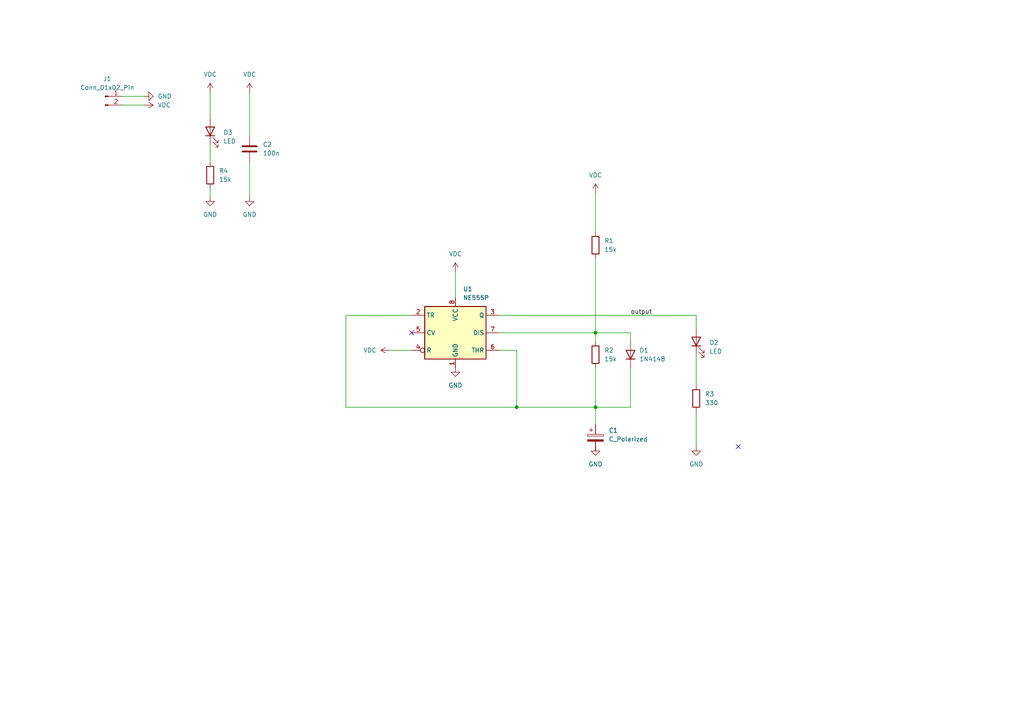
<source format=kicad_sch>
(kicad_sch (version 20231120) (generator "eeschema") (generator_version "8.0")
  (paper "A4")
  (lib_symbols
    (symbol "Connector:Conn_01x02_Pin" (pin_names (offset 1.016) hide)
      (property "Reference" "J" (at 0 2.54 0))
      (property "Value" "Conn_01x02_Pin" (at 0 -5.08 0))
      (symbol "Conn_01x02_Pin_1_1"
        (polyline (pts (xy 1.27 -2.54) (xy 0.8636 -2.54)) (stroke (width 0.1524)))
        (polyline (pts (xy 1.27 0) (xy 0.8636 0)) (stroke (width 0.1524)))
        (rectangle (start 0.8636 -2.413) (end 0 -2.667) (stroke (width 0.1524)) (fill (type outline)))
        (rectangle (start 0.8636 0.127) (end 0 -0.127) (stroke (width 0.1524)) (fill (type outline)))
        (pin passive line (at 5.08 0 180) (length 3.81) (name "Pin_1") (number "1"))
        (pin passive line (at 5.08 -2.54 180) (length 3.81) (name "Pin_2") (number "2"))
      )
    )
    (symbol "Device:C" (pin_numbers hide) (pin_names (offset 0.254))
      (property "Reference" "C" (at 0.635 2.54 0))
      (property "Value" "C" (at 0.635 -2.54 0))
      (symbol "C_0_1"
        (polyline (pts (xy -2.032 -0.762) (xy 2.032 -0.762)) (stroke (width 0.508)))
        (polyline (pts (xy -2.032 0.762) (xy 2.032 0.762)) (stroke (width 0.508)))
      )
      (symbol "C_1_1"
        (pin passive line (at 0 3.81 270) (length 2.794) (name "~") (number "1"))
        (pin passive line (at 0 -3.81 90) (length 2.794) (name "~") (number "2"))
      )
    )
    (symbol "Device:C_Polarized" (pin_numbers hide) (pin_names (offset 0.254))
      (property "Reference" "C" (at 0.635 2.54 0))
      (property "Value" "C_Polarized" (at 0.635 -2.54 0))
      (symbol "C_Polarized_0_1"
        (rectangle (start -2.286 0.508) (end 2.286 1.016))
        (polyline (pts (xy -1.778 2.286) (xy -0.762 2.286)))
        (polyline (pts (xy -1.27 2.794) (xy -1.27 1.778)))
        (rectangle (start 2.286 -0.508) (end -2.286 -1.016) (fill (type outline)))
      )
      (symbol "C_Polarized_1_1"
        (pin passive line (at 0 3.81 270) (length 2.794) (name "~") (number "1"))
        (pin passive line (at 0 -3.81 90) (length 2.794) (name "~") (number "2"))
      )
    )
    (symbol "Device:LED" (pin_numbers hide) (pin_names (offset 1.016) hide)
      (property "Reference" "D" (at 0 2.54 0))
      (property "Value" "LED" (at 0 -2.54 0))
      (symbol "LED_0_1"
        (polyline (pts (xy -1.27 -1.27) (xy -1.27 1.27)) (stroke (width 0.254)))
        (polyline (pts (xy -1.27 0) (xy 1.27 0)))
        (polyline (pts (xy 1.27 -1.27) (xy 1.27 1.27) (xy -1.27 0) (xy 1.27 -1.27)) (stroke (width 0.254)))
        (polyline (pts (xy -3.048 -0.762) (xy -4.572 -2.286) (xy -3.81 -2.286) (xy -4.572 -2.286) (xy -4.572 -1.524)))
        (polyline (pts (xy -1.778 -0.762) (xy -3.302 -2.286) (xy -2.54 -2.286) (xy -3.302 -2.286) (xy -3.302 -1.524)))
      )
      (symbol "LED_1_1"
        (pin passive line (at -3.81 0 0) (length 2.54) (name "K") (number "1"))
        (pin passive line (at 3.81 0 180) (length 2.54) (name "A") (number "2"))
      )
    )
    (symbol "Device:R" (pin_numbers hide) (pin_names (offset 0))
      (property "Reference" "R" (at 2.032 0 90))
      (property "Value" "R" (at 0 0 90))
      (symbol "R_0_1"
        (rectangle (start -1.016 -2.54) (end 1.016 2.54) (stroke (width 0.254)))
      )
      (symbol "R_1_1"
        (pin passive line (at 0 3.81 270) (length 1.27) (name "~") (number "1"))
        (pin passive line (at 0 -3.81 90) (length 1.27) (name "~") (number "2"))
      )
    )
    (symbol "Diode:1N4148" (pin_numbers hide) (pin_names hide)
      (property "Reference" "D" (at 0 2.54 0))
      (property "Value" "1N4148" (at 0 -2.54 0))
      (symbol "1N4148_0_1"
        (polyline (pts (xy -1.27 1.27) (xy -1.27 -1.27)) (stroke (width 0.254)))
        (polyline (pts (xy 1.27 0) (xy -1.27 0)))
        (polyline (pts (xy 1.27 1.27) (xy 1.27 -1.27) (xy -1.27 0) (xy 1.27 1.27)) (stroke (width 0.254)))
      )
      (symbol "1N4148_1_1"
        (pin passive line (at -3.81 0 0) (length 2.54) (name "K") (number "1"))
        (pin passive line (at 3.81 0 180) (length 2.54) (name "A") (number "2"))
      )
    )
    (symbol "Timer:NE555P"
      (property "Reference" "U" (at -10.16 8.89 0))
      (property "Value" "NE555P" (at 2.54 8.89 0))
      (symbol "NE555P_0_0"
        (pin power_in line (at 0 -10.16 90) (length 2.54) (name "GND") (number "1"))
        (pin power_in line (at 0 10.16 270) (length 2.54) (name "VCC") (number "8"))
      )
      (symbol "NE555P_0_1"
        (rectangle (start -8.89 -7.62) (end 8.89 7.62) (stroke (width 0.254)) (fill (type background)))
        (rectangle (start -8.89 -7.62) (end 8.89 7.62) (stroke (width 0.254)) (fill (type background)))
      )
      (symbol "NE555P_1_1"
        (pin input line (at -12.7 5.08 0) (length 3.81) (name "TR") (number "2"))
        (pin output line (at 12.7 5.08 180) (length 3.81) (name "Q") (number "3"))
        (pin input inverted (at -12.7 -5.08 0) (length 3.81) (name "R") (number "4"))
        (pin input line (at -12.7 0 0) (length 3.81) (name "CV") (number "5"))
        (pin input line (at 12.7 -5.08 180) (length 3.81) (name "THR") (number "6"))
        (pin input line (at 12.7 0 180) (length 3.81) (name "DIS") (number "7"))
      )
    )
    (symbol "power:GND" (power) (pin_numbers hide) (pin_names (offset 0) hide)
      (property "Value" "GND" (at 0 -3.81 0))
      (symbol "GND_0_1"
        (polyline (pts (xy 0 0) (xy 0 -1.27) (xy 1.27 -1.27) (xy 0 -2.54) (xy -1.27 -1.27) (xy 0 -1.27)))
      )
      (symbol "GND_1_1"
        (pin power_in line (at 0 0 270) (length 0) (name "~") (number "1"))
      )
    )
    (symbol "power:VDC" (power) (pin_numbers hide) (pin_names (offset 0) hide)
      (property "Value" "VDC" (at 0 3.556 0))
      (symbol "VDC_0_1"
        (polyline (pts (xy -0.762 1.27) (xy 0 2.54)))
        (polyline (pts (xy 0 0) (xy 0 2.54)))
        (polyline (pts (xy 0 2.54) (xy 0.762 1.27)))
      )
      (symbol "VDC_1_1"
        (pin power_in line (at 0 0 90) (length 0) (name "~") (number "1"))
      )
    )
  )
  (junction (at 172.72 118.11))
  (junction (at 172.72 96.52))
  (junction (at 149.86 118.11))
  (no_connect (at 119.38 96.52))
  (no_connect (at 214.122 129.54))
  (wire (pts (xy 132.08 78.74) (xy 132.08 86.36)))
  (wire (pts (xy 60.96 41.91) (xy 60.96 46.99)))
  (wire (pts (xy 182.88 106.68) (xy 182.88 118.11)))
  (wire (pts (xy 172.72 74.93) (xy 172.72 96.52)))
  (wire (pts (xy 172.72 96.52) (xy 182.88 96.52)))
  (wire (pts (xy 60.96 26.67) (xy 60.96 34.29)))
  (wire (pts (xy 144.78 101.6) (xy 149.86 101.6)))
  (wire (pts (xy 60.96 54.61) (xy 60.96 57.15)))
  (wire (pts (xy 172.72 106.68) (xy 172.72 118.11)))
  (wire (pts (xy 72.39 26.67) (xy 72.39 39.37)))
  (wire (pts (xy 72.39 46.99) (xy 72.39 57.15)))
  (wire (pts (xy 172.72 130.81) (xy 172.72 129.54)))
  (wire (pts (xy 113.03 101.6) (xy 119.38 101.6)))
  (wire (pts (xy 201.93 91.44) (xy 144.78 91.44)))
  (wire (pts (xy 100.33 91.44) (xy 119.38 91.44)))
  (wire (pts (xy 35.56 27.94) (xy 41.91 27.94)))
  (wire (pts (xy 201.93 95.25) (xy 201.93 91.44)))
  (wire (pts (xy 182.88 99.06) (xy 182.88 96.52)))
  (wire (pts (xy 172.72 118.11) (xy 149.86 118.11)))
  (wire (pts (xy 149.86 118.11) (xy 100.33 118.11)))
  (wire (pts (xy 100.33 118.11) (xy 100.33 91.44)))
  (wire (pts (xy 172.72 55.88) (xy 172.72 67.31)))
  (wire (pts (xy 35.56 30.48) (xy 41.91 30.48)))
  (wire (pts (xy 144.78 96.52) (xy 172.72 96.52)))
  (wire (pts (xy 149.86 101.6) (xy 149.86 118.11)))
  (wire (pts (xy 172.72 96.52) (xy 172.72 99.06)))
  (wire (pts (xy 172.72 123.19) (xy 172.72 118.11)))
  (wire (pts (xy 201.93 119.38) (xy 201.93 129.54)))
  (wire (pts (xy 172.72 118.11) (xy 182.88 118.11)))
  (wire (pts (xy 201.93 102.87) (xy 201.93 111.76)))
  (label "output" (at 182.88 91.44 0))
  (symbol (lib_id "power:GND") (at 72.39 57.15 0) (unit 1)
    (property "Reference" "#PWR08" (effects (hide yes)))
    (property "Value" "GND" (at 72.39 62.23 0))
    (property "Description" "Power symbol creates a global label with name \"GND\" , ground" (effects (hide yes)))
  )
  (symbol (lib_id "power:VDC") (at 172.72 55.88 0) (unit 1)
    (property "Reference" "#PWR04" (effects (hide yes)))
    (property "Value" "VDC" (at 172.72 50.8 0))
    (property "Description" "Power symbol creates a global label with name \"VDC\"" (effects (hide yes)))
  )
  (symbol (lib_id "Device:C_Polarized") (at 172.72 127 0) (unit 1)
    (property "Reference" "C1" (at 176.53 124.8409 0) (effects (justify left)))
    (property "Value" "C_Polarized" (at 176.53 127.3809 0) (effects (justify left)))
    (property "Footprint" "Capacitor_THT:CP_Radial_D10.0mm_P2.50mm" (effects (hide yes)))
    (property "Description" "Polarized capacitor" (effects (hide yes)))
  )
  (symbol (lib_id "Connector:Conn_01x02_Pin") (at 30.48 27.94 0) (unit 1)
    (property "Reference" "J1" (at 31.115 22.86 0))
    (property "Value" "Conn_01x02_Pin" (at 31.115 25.4 0))
    (property "Footprint" "Connector_PinHeader_2.54mm:PinHeader_1x02_P2.54mm_Vertical" (effects (hide yes)))
    (property "Description" "Generic connector, single row, 01x02, script generated" (effects (hide yes)))
  )
  (symbol (lib_id "power:VDC") (at 72.39 26.67 0) (unit 1)
    (property "Reference" "#PWR011" (effects (hide yes)))
    (property "Value" "VDC" (at 72.39 21.59 0))
    (property "Description" "Power symbol creates a global label with name \"VDC\"" (effects (hide yes)))
  )
  (symbol (lib_id "Device:C") (at 72.39 43.18 0) (unit 1)
    (property "Reference" "C2" (at 76.2 41.9099 0) (effects (justify left)))
    (property "Value" "100n" (at 76.2 44.4499 0) (effects (justify left)))
    (property "Footprint" "Capacitor_THT:C_Rect_L7.2mm_W3.0mm_P5.00mm_FKS2_FKP2_MKS2_MKP2" (effects (hide yes)))
    (property "Description" "Unpolarized capacitor" (effects (hide yes)))
  )
  (symbol (lib_id "power:GND") (at 132.08 106.68 0) (unit 1)
    (property "Reference" "#PWR03" (effects (hide yes)))
    (property "Value" "GND" (at 132.08 111.76 0))
    (property "Description" "Power symbol creates a global label with name \"GND\" , ground" (effects (hide yes)))
  )
  (symbol (lib_id "Diode:1N4148") (at 182.88 102.87 90) (unit 1)
    (property "Reference" "D1" (at 185.42 101.5999 90) (effects (justify right)))
    (property "Value" "1N4148" (at 185.42 104.1399 90) (effects (justify right)))
    (property "Footprint" "Diode_THT:D_DO-35_SOD27_P7.62mm_Horizontal" (effects (hide yes)))
    (property "Datasheet" "https://assets.nexperia.com/documents/data-sheet/1N4148_1N4448.pdf" (effects (hide yes)))
    (property "Description" "100V 0.15A standard switching diode, DO-35" (effects (hide yes)))
    (property "Sim.Device" "D" (effects (hide yes)))
    (property "Sim.Pins" "1=K 2=A" (effects (hide yes)))
  )
  (symbol (lib_id "power:VDC") (at 113.03 101.6 90) (unit 1)
    (property "Reference" "#PWR01" (effects (hide yes)))
    (property "Value" "VDC" (at 109.22 101.5999 90) (effects (justify left)))
    (property "Description" "Power symbol creates a global label with name \"VDC\"" (effects (hide yes)))
  )
  (symbol (lib_id "power:GND") (at 41.91 27.94 90) (unit 1)
    (property "Reference" "#PWR09" (effects (hide yes)))
    (property "Value" "GND" (at 45.72 27.9399 90) (effects (justify right)))
    (property "Description" "Power symbol creates a global label with name \"GND\" , ground" (effects (hide yes)))
  )
  (symbol (lib_id "Device:R") (at 60.96 50.8 0) (unit 1)
    (property "Reference" "R4" (at 63.5 49.5299 0) (effects (justify left)))
    (property "Value" "15k" (at 63.5 52.0699 0) (effects (justify left)))
    (property "Footprint" "Resistor_THT:R_Axial_DIN0207_L6.3mm_D2.5mm_P10.16mm_Horizontal" (effects (hide yes)))
    (property "Description" "Resistor" (effects (hide yes)))
  )
  (symbol (lib_id "power:GND") (at 172.72 129.54 0) (unit 1)
    (property "Reference" "#PWR05" (effects (hide yes)))
    (property "Value" "GND" (at 172.72 134.62 0))
    (property "Description" "Power symbol creates a global label with name \"GND\" , ground" (effects (hide yes)))
  )
  (symbol (lib_id "Device:LED") (at 201.93 99.06 90) (unit 1)
    (property "Reference" "D2" (at 205.74 99.3774 90) (effects (justify right)))
    (property "Value" "LED" (at 205.74 101.9174 90) (effects (justify right)))
    (property "Footprint" "LED_THT:LED_D5.0mm" (effects (hide yes)))
    (property "Description" "Light emitting diode" (effects (hide yes)))
  )
  (symbol (lib_id "Timer:NE555P") (at 132.08 96.52 0) (unit 1)
    (property "Reference" "U1" (at 134.2741 83.82 0) (effects (justify left)))
    (property "Value" "NE555P" (at 134.2741 86.36 0) (effects (justify left)))
    (property "Footprint" "Package_DIP:DIP-8_W7.62mm" (effects (hide yes)))
    (property "Datasheet" "http://www.ti.com/lit/ds/symlink/ne555.pdf" (effects (hide yes)))
    (property "Description" "Precision Timers, 555 compatible,  PDIP-8" (effects (hide yes)))
  )
  (symbol (lib_id "power:VDC") (at 41.91 30.48 270) (unit 1)
    (property "Reference" "#PWR012" (effects (hide yes)))
    (property "Value" "VDC" (at 45.72 30.4799 90) (effects (justify left)))
    (property "Description" "Power symbol creates a global label with name \"VDC\"" (effects (hide yes)))
  )
  (symbol (lib_id "power:GND") (at 60.96 57.15 0) (unit 1)
    (property "Reference" "#PWR07" (effects (hide yes)))
    (property "Value" "GND" (at 60.96 62.23 0))
    (property "Description" "Power symbol creates a global label with name \"GND\" , ground" (effects (hide yes)))
  )
  (symbol (lib_id "power:VDC") (at 60.96 26.67 0) (unit 1)
    (property "Reference" "#PWR010" (effects (hide yes)))
    (property "Value" "VDC" (at 60.96 21.59 0))
    (property "Description" "Power symbol creates a global label with name \"VDC\"" (effects (hide yes)))
  )
  (symbol (lib_id "Device:R") (at 172.72 102.87 0) (unit 1)
    (property "Reference" "R2" (at 175.26 101.5999 0) (effects (justify left)))
    (property "Value" "15k" (at 175.26 104.1399 0) (effects (justify left)))
    (property "Footprint" "Resistor_THT:R_Axial_DIN0207_L6.3mm_D2.5mm_P10.16mm_Horizontal" (effects (hide yes)))
    (property "Description" "Resistor" (effects (hide yes)))
  )
  (symbol (lib_id "power:GND") (at 201.93 129.54 0) (unit 1)
    (property "Reference" "#PWR06" (effects (hide yes)))
    (property "Value" "GND" (at 201.93 134.62 0))
    (property "Description" "Power symbol creates a global label with name \"GND\" , ground" (effects (hide yes)))
  )
  (symbol (lib_id "Device:R") (at 172.72 71.12 0) (unit 1)
    (property "Reference" "R1" (at 175.26 69.8499 0) (effects (justify left)))
    (property "Value" "15k" (at 175.26 72.3899 0) (effects (justify left)))
    (property "Footprint" "Resistor_THT:R_Axial_DIN0207_L6.3mm_D2.5mm_P10.16mm_Horizontal" (effects (hide yes)))
    (property "Description" "Resistor" (effects (hide yes)))
  )
  (symbol (lib_id "Device:R") (at 201.93 115.57 0) (unit 1)
    (property "Reference" "R3" (at 204.47 114.2999 0) (effects (justify left)))
    (property "Value" "330" (at 204.47 116.8399 0) (effects (justify left)))
    (property "Footprint" "Resistor_THT:R_Axial_DIN0207_L6.3mm_D2.5mm_P10.16mm_Horizontal" (effects (hide yes)))
    (property "Description" "Resistor" (effects (hide yes)))
  )
  (symbol (lib_id "power:VDC") (at 132.08 78.74 0) (unit 1)
    (property "Reference" "#PWR02" (effects (hide yes)))
    (property "Value" "VDC" (at 132.08 73.66 0))
    (property "Description" "Power symbol creates a global label with name \"VDC\"" (effects (hide yes)))
  )
  (symbol (lib_id "Device:LED") (at 60.96 38.1 90) (unit 1)
    (property "Reference" "D3" (at 64.77 38.4174 90) (effects (justify right)))
    (property "Value" "LED" (at 64.77 40.9574 90) (effects (justify right)))
    (property "Footprint" "LED_THT:LED_D5.0mm" (effects (hide yes)))
    (property "Description" "Light emitting diode" (effects (hide yes)))
  )
)
</source>
